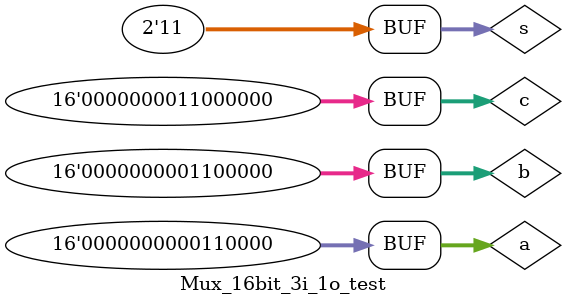
<source format=v>
`timescale 1ns / 1ps


module Mux_16bit_3i_1o_test;

	// Inputs
	reg [1:0] s;
	reg [15:0] a;
	reg [15:0] b;
	reg [15:0] c;

	// Outputs
	wire [15:0] r;

	// Instantiate the Unit Under Test (UUT)
	Mux_16bit_3i_1o uut (
		.s(s), 
		.a(a), 
		.b(b), 
		.c(c), 
		.r(r)
	);

	initial begin
		// Initialize Inputs
		s = 0;
		a = 0;
		b = 0;
		c = 0;

		#50;
		repeat (3) begin //S
			repeat (2) begin //A
				repeat (2) begin //B
					repeat (2) begin //C
					#10;
					//Test
					if(s == 0 && r !=a)		// s = 0, choose a
						$display("fail");
					else if(s == 1 && r != b)	// s = 1, choose b
						$display("fail");
					else if(s == 2 && r != c)	// s = 2, choose c
						$display("fail");
					else
						$display("pass");
					c = c + 8;
					end
					b = b+8;
				end //End B
				a = a + 8;
			end //End A
			s = s +1;
		end //End S
	end
      
endmodule


</source>
